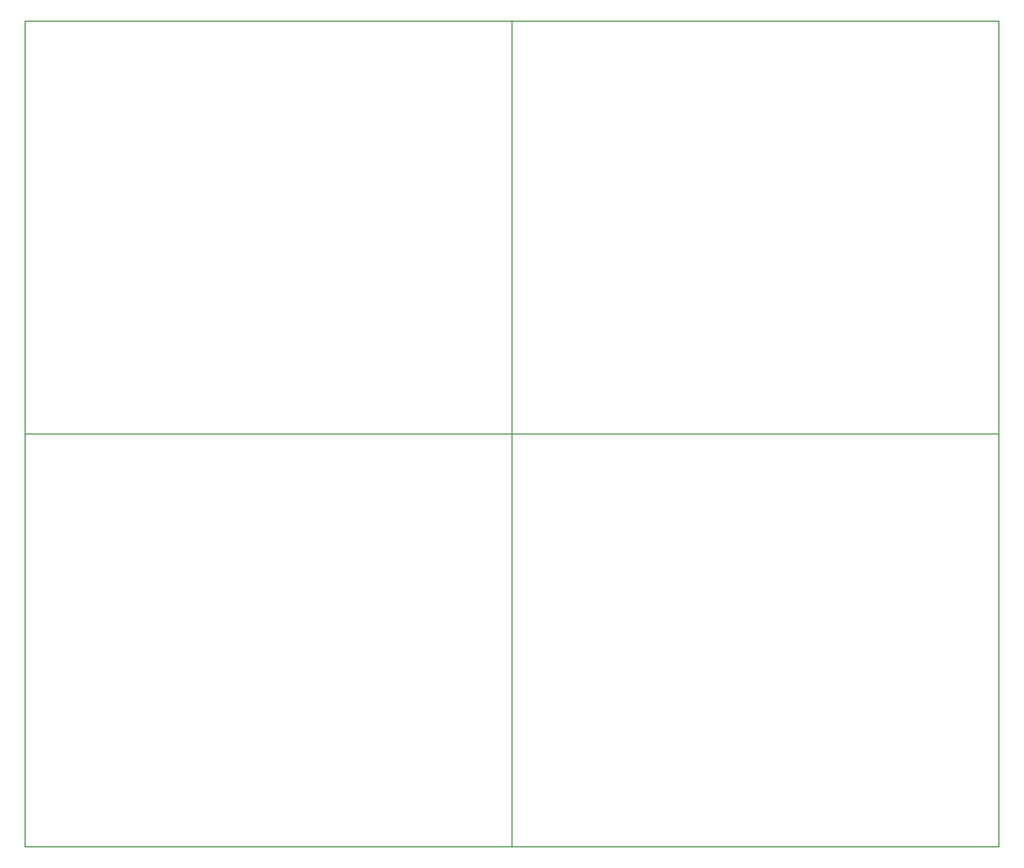
<source format=gbr>
%FSLAX34Y34*%
%MOMM*%
%LNOUTLINE*%
G71*
G01*
%ADD10C, 0.10*%
%LPD*%
G54D10*
X6350Y996950D02*
X425450Y996950D01*
X425450Y641350D01*
X6350Y641350D01*
X6350Y996950D01*
G54D10*
X425450Y996950D02*
X844550Y996950D01*
X844550Y641350D01*
X425450Y641350D01*
X425450Y996950D01*
G54D10*
X6350Y641350D02*
X425450Y641350D01*
X425450Y285750D01*
X6350Y285750D01*
X6350Y641350D01*
G54D10*
X425450Y641350D02*
X844550Y641350D01*
X844550Y285750D01*
X425450Y285750D01*
X425450Y641350D01*
M02*

</source>
